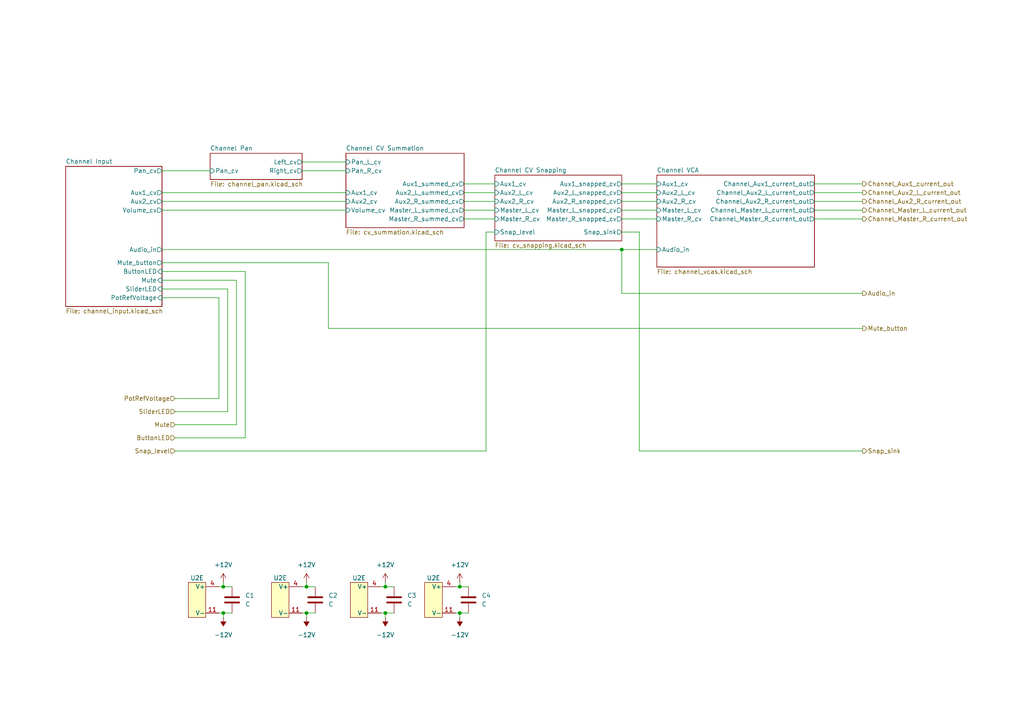
<source format=kicad_sch>
(kicad_sch (version 20230121) (generator eeschema)
  (paper "A4")
  (lib_symbols
    (symbol "Device:C" (pin_numbers hide) (pin_names (offset 0.254))
      (property "Reference" "C" (at 0.635 2.54 0))
      (property "Value" "C" (at 0.635 -2.54 0))
      (symbol "C_0_1"
        (polyline (pts (xy -2.032 -0.762) (xy 2.032 -0.762)) (stroke (width 0.508)))
        (polyline (pts (xy -2.032 0.762) (xy 2.032 0.762)) (stroke (width 0.508)))
      )
      (symbol "C_1_1"
        (pin passive line (at 0 3.81 270) (length 2.794) (name "~") (number "1"))
        (pin passive line (at 0 -3.81 90) (length 2.794) (name "~") (number "2"))
      )
    )
    (symbol "WillItBlend:TL074HIDYYR" (pin_names (offset 0.127))
      (property "Reference" "U" (at 0 5.08 0))
      (symbol "TL074HIDYYR_1_1"
        (polyline (pts (xy -5.08 5.08) (xy 5.08 0) (xy -5.08 -5.08) (xy -5.08 5.08)) (stroke (width 0.254)) (fill (type background)))
        (pin output line (at 7.62 0 180) (length 2.54) (name "~") (number "1"))
        (pin input line (at -7.62 -2.54 0) (length 2.54) (name "-") (number "2"))
        (pin input line (at -7.62 2.54 0) (length 2.54) (name "+") (number "3"))
      )
      (symbol "TL074HIDYYR_2_1"
        (polyline (pts (xy -5.08 5.08) (xy 5.08 0) (xy -5.08 -5.08) (xy -5.08 5.08)) (stroke (width 0.254)) (fill (type background)))
        (pin input line (at -7.62 2.54 0) (length 2.54) (name "+") (number "5"))
        (pin input line (at -7.62 -2.54 0) (length 2.54) (name "-") (number "6"))
        (pin output line (at 7.62 0 180) (length 2.54) (name "~") (number "7"))
      )
      (symbol "TL074HIDYYR_3_1"
        (polyline (pts (xy -5.08 5.08) (xy 5.08 0) (xy -5.08 -5.08) (xy -5.08 5.08)) (stroke (width 0.254)) (fill (type background)))
        (pin input line (at -7.62 2.54 0) (length 2.54) (name "+") (number "10"))
        (pin output line (at 7.62 0 180) (length 2.54) (name "~") (number "8"))
        (pin input line (at -7.62 -2.54 0) (length 2.54) (name "-") (number "9"))
      )
      (symbol "TL074HIDYYR_4_1"
        (polyline (pts (xy -5.08 5.08) (xy 5.08 0) (xy -5.08 -5.08) (xy -5.08 5.08)) (stroke (width 0.254)) (fill (type background)))
        (pin input line (at -7.62 2.54 0) (length 2.54) (name "+") (number "12"))
        (pin input line (at -7.62 -2.54 0) (length 2.54) (name "-") (number "13"))
        (pin output line (at 7.62 0 180) (length 2.54) (name "~") (number "14"))
      )
      (symbol "TL074HIDYYR_5_1"
        (rectangle (start -2.54 5.08) (end 2.54 -5.08) (fill (type background)))
        (pin power_in line (at 6.35 -3.81 180) (length 3.81) (name "V-") (number "11"))
        (pin power_in line (at 6.35 3.81 180) (length 3.81) (name "V+") (number "4"))
      )
    )
    (symbol "power:+12V" (power) (pin_names (offset 0))
      (property "Value" "+12V" (at 0 3.556 0))
      (symbol "+12V_0_1"
        (polyline (pts (xy -0.762 1.27) (xy 0 2.54)))
        (polyline (pts (xy 0 0) (xy 0 2.54)))
        (polyline (pts (xy 0 2.54) (xy 0.762 1.27)))
      )
      (symbol "+12V_1_1"
        (pin power_in line (at 0 0 90) (length 0) hide (name "+12V") (number "1"))
      )
    )
    (symbol "power:-12V" (power) (pin_names (offset 0))
      (property "Value" "-12V" (at 0 3.81 0))
      (symbol "-12V_0_0"
        (pin power_in line (at 0 0 90) (length 0) hide (name "-12V") (number "1"))
      )
      (symbol "-12V_0_1"
        (polyline (pts (xy 0 0) (xy 0 1.27) (xy 0.762 1.27) (xy 0 2.54) (xy -0.762 1.27) (xy 0 1.27)) (fill (type outline)))
      )
    )
  )
  (junction (at 180.34 72.39))
  (junction (at 111.76 170.18))
  (junction (at 64.77 170.18))
  (junction (at 133.35 177.8))
  (junction (at 111.76 177.8))
  (junction (at 88.9 177.8))
  (junction (at 88.9 170.18))
  (junction (at 64.77 177.8))
  (junction (at 133.35 170.18))
  (wire (pts (xy 68.58 123.19) (xy 68.58 81.28)))
  (wire (pts (xy 134.62 60.96) (xy 143.51 60.96)))
  (wire (pts (xy 133.35 177.8) (xy 133.35 179.07)))
  (wire (pts (xy 134.62 63.5) (xy 143.51 63.5)))
  (wire (pts (xy 133.35 170.18) (xy 135.89 170.18)))
  (wire (pts (xy 140.97 67.31) (xy 140.97 130.81)))
  (wire (pts (xy 50.8 123.19) (xy 68.58 123.19)))
  (wire (pts (xy 180.34 72.39) (xy 190.5 72.39)))
  (wire (pts (xy 88.9 177.8) (xy 91.44 177.8)))
  (wire (pts (xy 64.77 170.18) (xy 64.77 168.91)))
  (wire (pts (xy 132.08 170.18) (xy 133.35 170.18)))
  (wire (pts (xy 133.35 170.18) (xy 133.35 168.91)))
  (wire (pts (xy 180.34 53.34) (xy 190.5 53.34)))
  (wire (pts (xy 111.76 170.18) (xy 114.3 170.18)))
  (wire (pts (xy 71.12 127) (xy 71.12 78.74)))
  (wire (pts (xy 95.25 76.2) (xy 95.25 95.25)))
  (wire (pts (xy 88.9 170.18) (xy 88.9 168.91)))
  (wire (pts (xy 180.34 85.09) (xy 180.34 72.39)))
  (wire (pts (xy 46.99 60.96) (xy 100.33 60.96)))
  (wire (pts (xy 63.5 170.18) (xy 64.77 170.18)))
  (wire (pts (xy 180.34 67.31) (xy 185.42 67.31)))
  (wire (pts (xy 95.25 95.25) (xy 250.19 95.25)))
  (wire (pts (xy 110.49 177.8) (xy 111.76 177.8)))
  (wire (pts (xy 63.5 86.36) (xy 46.99 86.36)))
  (wire (pts (xy 87.63 170.18) (xy 88.9 170.18)))
  (wire (pts (xy 180.34 58.42) (xy 190.5 58.42)))
  (wire (pts (xy 236.22 55.88) (xy 250.19 55.88)))
  (wire (pts (xy 111.76 170.18) (xy 111.76 168.91)))
  (wire (pts (xy 87.63 177.8) (xy 88.9 177.8)))
  (wire (pts (xy 111.76 177.8) (xy 111.76 179.07)))
  (wire (pts (xy 132.08 177.8) (xy 133.35 177.8)))
  (wire (pts (xy 236.22 58.42) (xy 250.19 58.42)))
  (wire (pts (xy 133.35 177.8) (xy 135.89 177.8)))
  (wire (pts (xy 46.99 83.82) (xy 66.04 83.82)))
  (wire (pts (xy 185.42 130.81) (xy 250.19 130.81)))
  (wire (pts (xy 250.19 85.09) (xy 180.34 85.09)))
  (wire (pts (xy 46.99 58.42) (xy 100.33 58.42)))
  (wire (pts (xy 185.42 67.31) (xy 185.42 130.81)))
  (wire (pts (xy 87.63 49.53) (xy 100.33 49.53)))
  (wire (pts (xy 63.5 115.57) (xy 63.5 86.36)))
  (wire (pts (xy 110.49 170.18) (xy 111.76 170.18)))
  (wire (pts (xy 46.99 55.88) (xy 100.33 55.88)))
  (wire (pts (xy 134.62 58.42) (xy 143.51 58.42)))
  (wire (pts (xy 64.77 177.8) (xy 67.31 177.8)))
  (wire (pts (xy 50.8 115.57) (xy 63.5 115.57)))
  (wire (pts (xy 88.9 170.18) (xy 91.44 170.18)))
  (wire (pts (xy 68.58 81.28) (xy 46.99 81.28)))
  (wire (pts (xy 236.22 53.34) (xy 250.19 53.34)))
  (wire (pts (xy 180.34 63.5) (xy 190.5 63.5)))
  (wire (pts (xy 46.99 76.2) (xy 95.25 76.2)))
  (wire (pts (xy 46.99 72.39) (xy 180.34 72.39)))
  (wire (pts (xy 66.04 83.82) (xy 66.04 119.38)))
  (wire (pts (xy 111.76 177.8) (xy 114.3 177.8)))
  (wire (pts (xy 66.04 119.38) (xy 50.8 119.38)))
  (wire (pts (xy 134.62 55.88) (xy 143.51 55.88)))
  (wire (pts (xy 143.51 67.31) (xy 140.97 67.31)))
  (wire (pts (xy 64.77 170.18) (xy 67.31 170.18)))
  (wire (pts (xy 180.34 55.88) (xy 190.5 55.88)))
  (wire (pts (xy 236.22 60.96) (xy 250.19 60.96)))
  (wire (pts (xy 50.8 127) (xy 71.12 127)))
  (wire (pts (xy 134.62 53.34) (xy 143.51 53.34)))
  (wire (pts (xy 71.12 78.74) (xy 46.99 78.74)))
  (wire (pts (xy 236.22 63.5) (xy 250.19 63.5)))
  (wire (pts (xy 180.34 60.96) (xy 190.5 60.96)))
  (wire (pts (xy 63.5 177.8) (xy 64.77 177.8)))
  (wire (pts (xy 88.9 177.8) (xy 88.9 179.07)))
  (wire (pts (xy 87.63 46.99) (xy 100.33 46.99)))
  (wire (pts (xy 140.97 130.81) (xy 50.8 130.81)))
  (wire (pts (xy 46.99 49.53) (xy 60.96 49.53)))
  (wire (pts (xy 64.77 177.8) (xy 64.77 179.07)))
  (hierarchical_label "Channel_Aux1_current_out" (shape output) (at 250.19 53.34 0))
  (hierarchical_label "Snap_level" (shape input) (at 50.8 130.81 180))
  (hierarchical_label "ButtonLED" (shape input) (at 50.8 127 180))
  (hierarchical_label "Snap_sink" (shape output) (at 250.19 130.81 0))
  (hierarchical_label "Channel_Master_R_current_out" (shape output) (at 250.19 63.5 0))
  (hierarchical_label "Channel_Aux2_L_current_out" (shape output) (at 250.19 55.88 0))
  (hierarchical_label "PotRefVoltage" (shape input) (at 50.8 115.57 180))
  (hierarchical_label "Audio_in" (shape output) (at 250.19 85.09 0))
  (hierarchical_label "Channel_Aux2_R_current_out" (shape output) (at 250.19 58.42 0))
  (hierarchical_label "SliderLED" (shape input) (at 50.8 119.38 180))
  (hierarchical_label "Channel_Master_L_current_out" (shape output) (at 250.19 60.96 0))
  (hierarchical_label "Mute" (shape input) (at 50.8 123.19 180))
  (hierarchical_label "Mute_button" (shape output) (at 250.19 95.25 0))
  (symbol (lib_id "WillItBlend:TL074HIDYYR") (at 125.73 173.99 0) (unit 5)
    (property "Reference" "U2" (at 125.73 167.64 0))
    (property "Value" "TL074HIDYYR" (effects hide))
    (property "Footprint" "WillItBlend:SOT-23-THIN" (effects hide))
    (property "Datasheet" "http://www.ti.com/lit/ds/symlink/tl071.pdf" (effects hide))
    (instances (project "WillItBlend" (path "" (reference "U2") (unit 5)) (path "" (reference "U4") (unit 5))))
  )
  (symbol (lib_id "power:-12V") (at 111.76 179.07 180) (unit 1)
    (property "Reference" "#PWR030" (effects hide))
    (property "Value" "-12V" (at 111.76 184.15 0))
    (instances (project "WillItBlend" (path "" (reference "#PWR030") (unit 1)) (path "" (reference "#PWR06") (unit 1))))
  )
  (symbol (lib_id "power:+12V") (at 111.76 168.91 0) (unit 1)
    (property "Reference" "#PWR013" (effects hide))
    (property "Value" "+12V" (at 111.76 163.83 0))
    (instances (project "WillItBlend" (path "" (reference "#PWR013") (unit 1)) (path "" (reference "#PWR05") (unit 1))))
  )
  (symbol (lib_id "power:-12V") (at 133.35 179.07 180) (unit 1)
    (property "Reference" "#PWR030" (effects hide))
    (property "Value" "-12V" (at 133.35 184.15 0))
    (instances (project "WillItBlend" (path "" (reference "#PWR030") (unit 1)) (path "" (reference "#PWR08") (unit 1))))
  )
  (symbol (lib_id "WillItBlend:TL074HIDYYR") (at 104.14 173.99 0) (unit 5)
    (property "Reference" "U2" (at 104.14 167.64 0))
    (property "Value" "TL074HIDYYR" (effects hide))
    (property "Footprint" "WillItBlend:SOT-23-THIN" (effects hide))
    (property "Datasheet" "http://www.ti.com/lit/ds/symlink/tl071.pdf" (effects hide))
    (instances (project "WillItBlend" (path "" (reference "U2") (unit 5)) (path "" (reference "U3") (unit 5))))
  )
  (symbol (lib_id "power:-12V") (at 64.77 179.07 180) (unit 1)
    (property "Reference" "#PWR030" (effects hide))
    (property "Value" "-12V" (at 64.77 184.15 0))
    (instances (project "WillItBlend" (path "" (reference "#PWR030") (unit 1)) (path "" (reference "#PWR02") (unit 1))))
  )
  (symbol (lib_id "power:+12V") (at 88.9 168.91 0) (unit 1)
    (property "Reference" "#PWR013" (effects hide))
    (property "Value" "+12V" (at 88.9 163.83 0))
    (instances (project "WillItBlend" (path "" (reference "#PWR013") (unit 1)) (path "" (reference "#PWR03") (unit 1))))
  )
  (symbol (lib_id "Device:C") (at 114.3 173.99 0) (unit 1)
    (property "Reference" "C3" (at 118.11 172.72 0) (effects (justify left)))
    (property "Value" "C" (at 118.11 175.26 0) (effects (justify left)))
  )
  (symbol (lib_id "power:-12V") (at 88.9 179.07 180) (unit 1)
    (property "Reference" "#PWR030" (effects hide))
    (property "Value" "-12V" (at 88.9 184.15 0))
    (instances (project "WillItBlend" (path "" (reference "#PWR030") (unit 1)) (path "" (reference "#PWR04") (unit 1))))
  )
  (symbol (lib_id "power:+12V") (at 64.77 168.91 0) (unit 1)
    (property "Reference" "#PWR013" (effects hide))
    (property "Value" "+12V" (at 64.77 163.83 0))
    (instances (project "WillItBlend" (path "" (reference "#PWR013") (unit 1)) (path "" (reference "#PWR01") (unit 1))))
  )
  (symbol (lib_id "WillItBlend:TL074HIDYYR") (at 81.28 173.99 0) (unit 5)
    (property "Reference" "U2" (at 81.28 167.64 0))
    (property "Value" "TL074HIDYYR" (effects hide))
    (property "Footprint" "WillItBlend:SOT-23-THIN" (effects hide))
    (property "Datasheet" "http://www.ti.com/lit/ds/symlink/tl071.pdf" (effects hide))
  )
  (symbol (lib_id "Device:C") (at 67.31 173.99 0) (unit 1)
    (property "Reference" "C1" (at 71.12 172.72 0) (effects (justify left)))
    (property "Value" "C" (at 71.12 175.26 0) (effects (justify left)))
  )
  (symbol (lib_id "Device:C") (at 135.89 173.99 0) (unit 1)
    (property "Reference" "C4" (at 139.7 172.72 0) (effects (justify left)))
    (property "Value" "C" (at 139.7 175.26 0) (effects (justify left)))
  )
  (symbol (lib_id "WillItBlend:TL074HIDYYR") (at 57.15 173.99 0) (unit 5)
    (property "Reference" "U2" (at 57.15 167.64 0))
    (property "Value" "TL074HIDYYR" (effects hide))
    (property "Footprint" "WillItBlend:SOT-23-THIN" (effects hide))
    (property "Datasheet" "http://www.ti.com/lit/ds/symlink/tl071.pdf" (effects hide))
    (instances (project "WillItBlend" (path "" (reference "U2") (unit 5)) (path "" (reference "U1") (unit 5))))
  )
  (symbol (lib_id "Device:C") (at 91.44 173.99 0) (unit 1)
    (property "Reference" "C2" (at 95.25 172.72 0) (effects (justify left)))
    (property "Value" "C" (at 95.25 175.26 0) (effects (justify left)))
  )
  (symbol (lib_id "power:+12V") (at 133.35 168.91 0) (unit 1)
    (property "Reference" "#PWR013" (effects hide))
    (property "Value" "+12V" (at 133.35 163.83 0))
    (instances (project "WillItBlend" (path "" (reference "#PWR013") (unit 1)) (path "" (reference "#PWR07") (unit 1))))
  )
  (sheet (at 143.51 50.8) (size 36.83 19.05) (stroke (width 0.1524))
    (property "Sheetname" "Channel CV Snapping" (at 143.51 50.0884 0) (effects (justify left bottom)))
    (property "Sheetfile" "cv_snapping.kicad_sch" (at 143.51 70.4346 0) (effects (justify left top)))
    (pin "Aux1_snapped_cv" output (at 180.34 53.34 0))
    (pin "Aux2_R_snapped_cv" output (at 180.34 58.42 0))
    (pin "Aux2_L_snapped_cv" output (at 180.34 55.88 0))
    (pin "Master_L_snapped_cv" output (at 180.34 60.96 0))
    (pin "Master_R_snapped_cv" output (at 180.34 63.5 0))
    (pin "Aux1_cv" input (at 143.51 53.34 180))
    (pin "Master_L_cv" input (at 143.51 60.96 180))
    (pin "Aux2_L_cv" input (at 143.51 55.88 180))
    (pin "Aux2_R_cv" input (at 143.51 58.42 180))
    (pin "Master_R_cv" input (at 143.51 63.5 180))
    (pin "Snap_level" input (at 143.51 67.31 180))
    (pin "Snap_sink" output (at 180.34 67.31 0))
  )
  (sheet (at 100.33 44.45) (size 34.29 21.59) (stroke (width 0.1524))
    (property "Sheetname" "Channel CV Summation" (at 100.33 43.7384 0) (effects (justify left bottom)))
    (property "Sheetfile" "cv_summation.kicad_sch" (at 100.33 66.6246 0) (effects (justify left top)))
    (pin "Pan_R_cv" input (at 100.33 49.53 180))
    (pin "Pan_L_cv" input (at 100.33 46.99 180))
    (pin "Aux2_cv" input (at 100.33 58.42 180))
    (pin "Aux2_R_summed_cv" output (at 134.62 58.42 0))
    (pin "Aux2_L_summed_cv" output (at 134.62 55.88 0))
    (pin "Master_L_summed_cv" output (at 134.62 60.96 0))
    (pin "Aux1_summed_cv" output (at 134.62 53.34 0))
    (pin "Master_R_summed_cv" output (at 134.62 63.5 0))
    (pin "Aux1_cv" input (at 100.33 55.88 180))
    (pin "Volume_cv" input (at 100.33 60.96 180))
  )
  (sheet (at 60.96 44.45) (size 26.67 7.62) (stroke (width 0.1524))
    (property "Sheetname" "Channel Pan" (at 60.96 43.7384 0) (effects (justify left bottom)))
    (property "Sheetfile" "channel_pan.kicad_sch" (at 60.96 52.6546 0) (effects (justify left top)))
    (pin "Right_cv" output (at 87.63 49.53 0))
    (pin "Left_cv" output (at 87.63 46.99 0))
    (pin "Pan_cv" input (at 60.96 49.53 180))
  )
  (sheet (at 19.05 48.26) (size 27.94 40.64) (stroke (width 0.1524))
    (property "Sheetname" "Channel Input" (at 19.05 47.5484 0) (effects (justify left bottom)))
    (property "Sheetfile" "channel_input.kicad_sch" (at 19.05 89.4846 0) (effects (justify left top)))
    (pin "Aux2_cv" output (at 46.99 58.42 0))
    (pin "Mute_button" output (at 46.99 76.2 0))
    (pin "Aux1_cv" output (at 46.99 55.88 0))
    (pin "Volume_cv" output (at 46.99 60.96 0))
    (pin "ButtonLED" input (at 46.99 78.74 0))
    (pin "PotRefVoltage" input (at 46.99 86.36 0))
    (pin "SliderLED" input (at 46.99 83.82 0))
    (pin "Audio_in" output (at 46.99 72.39 0))
    (pin "Pan_cv" output (at 46.99 49.53 0))
    (pin "Mute" input (at 46.99 81.28 0))
  )
  (sheet (at 190.5 50.8) (size 45.72 26.67) (stroke (width 0.1524))
    (property "Sheetname" "Channel VCA" (at 190.5 50.0884 0) (effects (justify left bottom)))
    (property "Sheetfile" "channel_vcas.kicad_sch" (at 190.5 78.0546 0) (effects (justify left top)))
    (pin "Channel_Aux2_L_current_out" output (at 236.22 55.88 0))
    (pin "Channel_Aux2_R_current_out" output (at 236.22 58.42 0))
    (pin "Channel_Master_R_current_out" output (at 236.22 63.5 0))
    (pin "Channel_Aux1_current_out" output (at 236.22 53.34 0))
    (pin "Channel_Master_L_current_out" output (at 236.22 60.96 0))
    (pin "Audio_in" input (at 190.5 72.39 180))
    (pin "Master_L_cv" input (at 190.5 60.96 180))
    (pin "Master_R_cv" input (at 190.5 63.5 180))
    (pin "Aux1_cv" input (at 190.5 53.34 180))
    (pin "Aux2_L_cv" input (at 190.5 55.88 180))
    (pin "Aux2_R_cv" input (at 190.5 58.42 180))
  )
)
</source>
